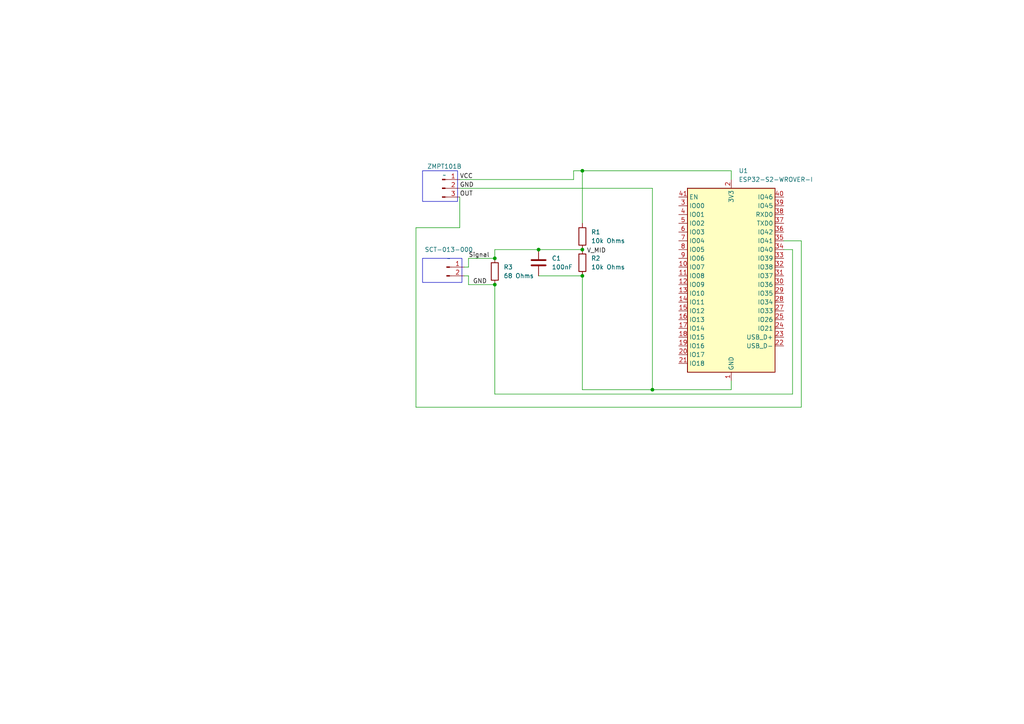
<source format=kicad_sch>
(kicad_sch (version 20250114) (generator "eeschema") (generator_version "9.0")
  (paper "A4")
  (title_block (date "2025-05-18"))
  (lib_symbols
    (symbol "Connector:Conn_01x02_Pin" (pin_names (offset 1.016) (hide yes))
      (property "Reference" "J" (at 0 2.54 0))
      (property "Value" "Conn_01x02_Pin" (at 0 -5.08 0))
      (symbol "Conn_01x02_Pin_1_1"
        (rectangle (start 0.8636 0.127) (end 0 -0.127) (stroke (width 0.1524)) (fill (type outline)))
        (rectangle (start 0.8636 -2.413) (end 0 -2.667) (stroke (width 0.1524)) (fill (type outline)))
        (polyline (pts (xy 1.27 0) (xy 0.8636 0)) (stroke (width 0.1524)))
        (polyline (pts (xy 1.27 -2.54) (xy 0.8636 -2.54)) (stroke (width 0.1524)))
        (pin passive line (at 5.08 0 180) (length 3.81) (name "Pin_1") (number "1"))
        (pin passive line (at 5.08 -2.54 180) (length 3.81) (name "Pin_2") (number "2"))
      )
    )
    (symbol "Connector:Conn_01x03_Pin" (pin_names (offset 1.016) (hide yes))
      (property "Reference" "J" (at 0 5.08 0))
      (property "Value" "Conn_01x03_Pin" (at 0 -5.08 0))
      (symbol "Conn_01x03_Pin_1_1"
        (rectangle (start 0.8636 2.667) (end 0 2.413) (stroke (width 0.1524)) (fill (type outline)))
        (rectangle (start 0.8636 0.127) (end 0 -0.127) (stroke (width 0.1524)) (fill (type outline)))
        (rectangle (start 0.8636 -2.413) (end 0 -2.667) (stroke (width 0.1524)) (fill (type outline)))
        (polyline (pts (xy 1.27 2.54) (xy 0.8636 2.54)) (stroke (width 0.1524)))
        (polyline (pts (xy 1.27 0) (xy 0.8636 0)) (stroke (width 0.1524)))
        (polyline (pts (xy 1.27 -2.54) (xy 0.8636 -2.54)) (stroke (width 0.1524)))
        (pin passive line (at 5.08 2.54 180) (length 3.81) (name "Pin_1") (number "1"))
        (pin passive line (at 5.08 0 180) (length 3.81) (name "Pin_2") (number "2"))
        (pin passive line (at 5.08 -2.54 180) (length 3.81) (name "Pin_3") (number "3"))
      )
    )
    (symbol "Device:C" (pin_numbers (hide yes)) (pin_names (offset 0.254))
      (property "Reference" "C" (at 0.635 2.54 0))
      (property "Value" "C" (at 0.635 -2.54 0))
      (symbol "C_0_1"
        (polyline (pts (xy -2.032 0.762) (xy 2.032 0.762)) (stroke (width 0.508)))
        (polyline (pts (xy -2.032 -0.762) (xy 2.032 -0.762)) (stroke (width 0.508)))
      )
      (symbol "C_1_1"
        (pin passive line (at 0 3.81 270) (length 2.794) (name "~") (number "1"))
        (pin passive line (at 0 -3.81 90) (length 2.794) (name "~") (number "2"))
      )
    )
    (symbol "Device:R" (pin_numbers (hide yes)) (pin_names (offset 0))
      (property "Reference" "R" (at 2.032 0 90))
      (property "Value" "R" (at 0 0 90))
      (symbol "R_0_1"
        (rectangle (start -1.016 -2.54) (end 1.016 2.54) (stroke (width 0.254)))
      )
      (symbol "R_1_1"
        (pin passive line (at 0 3.81 270) (length 1.27) (name "~") (number "1"))
        (pin passive line (at 0 -3.81 90) (length 1.27) (name "~") (number "2"))
      )
    )
    (symbol "RF_Module:ESP32-S2-WROVER-I"
      (property "Reference" "U" (at -12.7 29.21 0))
      (property "Value" "ESP32-S2-WROVER-I" (at 2.54 29.21 0))
      (symbol "ESP32-S2-WROVER-I_0_1"
        (rectangle (start -12.7 27.94) (end 12.7 -25.4) (stroke (width 0.254)) (fill (type background)))
      )
      (symbol "ESP32-S2-WROVER-I_1_1"
        (pin input line (at -15.24 25.4 0) (length 2.54) (name "EN") (number "41"))
        (pin bidirectional line (at -15.24 22.86 0) (length 2.54) (name "IO00") (number "3"))
        (pin bidirectional line (at -15.24 20.32 0) (length 2.54) (name "IO01") (number "4"))
        (pin bidirectional line (at -15.24 17.78 0) (length 2.54) (name "IO02") (number "5"))
        (pin bidirectional line (at -15.24 15.24 0) (length 2.54) (name "IO03") (number "6"))
        (pin bidirectional line (at -15.24 12.7 0) (length 2.54) (name "IO04") (number "7"))
        (pin bidirectional line (at -15.24 10.16 0) (length 2.54) (name "IO05") (number "8"))
        (pin bidirectional line (at -15.24 7.62 0) (length 2.54) (name "IO06") (number "9"))
        (pin bidirectional line (at -15.24 5.08 0) (length 2.54) (name "IO07") (number "10"))
        (pin bidirectional line (at -15.24 2.54 0) (length 2.54) (name "IO08") (number "11"))
        (pin bidirectional line (at -15.24 0 0) (length 2.54) (name "IO09") (number "12"))
        (pin bidirectional line (at -15.24 -2.54 0) (length 2.54) (name "IO10") (number "13"))
        (pin bidirectional line (at -15.24 -5.08 0) (length 2.54) (name "IO11") (number "14"))
        (pin bidirectional line (at -15.24 -7.62 0) (length 2.54) (name "IO12") (number "15"))
        (pin bidirectional line (at -15.24 -10.16 0) (length 2.54) (name "IO13") (number "16"))
        (pin bidirectional line (at -15.24 -12.7 0) (length 2.54) (name "IO14") (number "17"))
        (pin bidirectional line (at -15.24 -15.24 0) (length 2.54) (name "IO15") (number "18"))
        (pin bidirectional line (at -15.24 -17.78 0) (length 2.54) (name "IO16") (number "19"))
        (pin bidirectional line (at -15.24 -20.32 0) (length 2.54) (name "IO17") (number "20"))
        (pin bidirectional line (at -15.24 -22.86 0) (length 2.54) (name "IO18") (number "21"))
        (pin power_in line (at 0 30.48 270) (length 2.54) (name "3V3") (number "2"))
        (pin power_in line (at 0 -27.94 90) (length 2.54) (name "GND") (number "1"))
        (pin passive line (at 0 -27.94 90) (length 2.54) (hide yes) (name "GND") (number "26"))
        (pin passive line (at 0 -27.94 90) (length 2.54) (hide yes) (name "GND") (number "42"))
        (pin passive line (at 0 -27.94 90) (length 2.54) (hide yes) (name "GND") (number "43"))
        (pin input line (at 15.24 25.4 180) (length 2.54) (name "IO46") (number "40"))
        (pin bidirectional line (at 15.24 22.86 180) (length 2.54) (name "IO45") (number "39"))
        (pin bidirectional line (at 15.24 20.32 180) (length 2.54) (name "RXD0") (number "38"))
        (pin bidirectional line (at 15.24 17.78 180) (length 2.54) (name "TXD0") (number "37"))
        (pin bidirectional line (at 15.24 15.24 180) (length 2.54) (name "IO42") (number "36"))
        (pin bidirectional line (at 15.24 12.7 180) (length 2.54) (name "IO41") (number "35"))
        (pin bidirectional line (at 15.24 10.16 180) (length 2.54) (name "IO40") (number "34"))
        (pin bidirectional line (at 15.24 7.62 180) (length 2.54) (name "IO39") (number "33"))
        (pin bidirectional line (at 15.24 5.08 180) (length 2.54) (name "IO38") (number "32"))
        (pin bidirectional line (at 15.24 2.54 180) (length 2.54) (name "IO37") (number "31"))
        (pin bidirectional line (at 15.24 0 180) (length 2.54) (name "IO36") (number "30"))
        (pin bidirectional line (at 15.24 -2.54 180) (length 2.54) (name "IO35") (number "29"))
        (pin bidirectional line (at 15.24 -5.08 180) (length 2.54) (name "IO34") (number "28"))
        (pin bidirectional line (at 15.24 -7.62 180) (length 2.54) (name "IO33") (number "27"))
        (pin bidirectional line (at 15.24 -10.16 180) (length 2.54) (name "IO26") (number "25"))
        (pin bidirectional line (at 15.24 -12.7 180) (length 2.54) (name "IO21") (number "24"))
        (pin bidirectional line (at 15.24 -15.24 180) (length 2.54) (name "USB_D+") (number "23"))
        (pin bidirectional line (at 15.24 -17.78 180) (length 2.54) (name "USB_D-") (number "22"))
      )
    )
  )
  (rectangle (start 122.555 49.53) (end 132.715 58.42))
  (rectangle (start 122.555 74.93) (end 133.985 81.915))
  (junction (at 168.91 49.53))
  (junction (at 168.91 72.39))
  (junction (at 189.23 113.03))
  (junction (at 156.21 72.39))
  (junction (at 143.51 74.93))
  (junction (at 143.51 82.55))
  (junction (at 168.91 80.01))
  (wire (pts (xy 189.23 54.61) (xy 189.23 113.03)))
  (wire (pts (xy 166.37 52.07) (xy 166.37 49.53)))
  (wire (pts (xy 156.21 72.39) (xy 168.91 72.39)))
  (wire (pts (xy 168.91 64.77) (xy 168.91 49.53)))
  (wire (pts (xy 212.09 113.03) (xy 212.09 110.49)))
  (wire (pts (xy 135.89 74.93) (xy 143.51 74.93)))
  (wire (pts (xy 143.51 82.55) (xy 143.51 114.3)))
  (wire (pts (xy 134.62 77.47) (xy 135.89 77.47)))
  (wire (pts (xy 133.35 52.07) (xy 166.37 52.07)))
  (wire (pts (xy 135.89 82.55) (xy 143.51 82.55)))
  (wire (pts (xy 166.37 49.53) (xy 168.91 49.53)))
  (wire (pts (xy 133.35 54.61) (xy 189.23 54.61)))
  (wire (pts (xy 229.87 72.39) (xy 227.33 72.39)))
  (wire (pts (xy 135.89 77.47) (xy 135.89 74.93)))
  (wire (pts (xy 189.23 113.03) (xy 212.09 113.03)))
  (wire (pts (xy 133.35 57.15) (xy 133.35 66.04)))
  (wire (pts (xy 232.41 118.11) (xy 232.41 69.85)))
  (wire (pts (xy 232.41 69.85) (xy 227.33 69.85)))
  (wire (pts (xy 229.87 114.3) (xy 229.87 72.39)))
  (wire (pts (xy 143.51 74.93) (xy 143.51 72.39)))
  (wire (pts (xy 135.89 80.01) (xy 135.89 82.55)))
  (wire (pts (xy 143.51 72.39) (xy 156.21 72.39)))
  (wire (pts (xy 212.09 49.53) (xy 212.09 52.07)))
  (wire (pts (xy 156.21 80.01) (xy 168.91 80.01)))
  (wire (pts (xy 120.65 66.04) (xy 120.65 118.11)))
  (wire (pts (xy 168.91 113.03) (xy 189.23 113.03)))
  (wire (pts (xy 143.51 114.3) (xy 229.87 114.3)))
  (wire (pts (xy 168.91 49.53) (xy 212.09 49.53)))
  (wire (pts (xy 120.65 118.11) (xy 232.41 118.11)))
  (wire (pts (xy 133.35 66.04) (xy 120.65 66.04)))
  (wire (pts (xy 134.62 80.01) (xy 135.89 80.01)))
  (wire (pts (xy 168.91 80.01) (xy 168.91 113.03)))
  (label "Signal" (at 135.89 74.93 0))
  (label "V_MID" (at 170.18 73.66 0))
  (label "VCC" (at 133.35 52.07 0))
  (label "OUT" (at 133.35 57.15 0))
  (label "GND" (at 133.35 54.61 0))
  (label "GND" (at 137.16 82.55 0))
  (symbol (lib_id "Device:R") (at 168.91 68.58 0) (unit 1)
    (property "Reference" "R1" (at 171.45 67.3099 0) (effects (justify left)))
    (property "Value" "10k Ohms" (at 171.45 69.8499 0) (effects (justify left)))
    (property "Description" "Resistor" (effects (hide yes)))
  )
  (symbol (lib_id "Device:R") (at 143.51 78.74 0) (unit 1)
    (property "Reference" "R3" (at 146.05 77.4699 0) (effects (justify left)))
    (property "Value" "68 Ohms" (at 146.05 80.0099 0) (effects (justify left)))
    (property "Description" "Resistor" (effects (hide yes)))
  )
  (symbol (lib_id "RF_Module:ESP32-S2-WROVER-I") (at 212.09 82.55 0) (unit 1)
    (property "Reference" "U1" (at 214.2333 49.53 0) (effects (justify left)))
    (property "Value" "ESP32-S2-WROVER-I" (at 214.2333 52.07 0) (effects (justify left)))
    (property "Footprint" "RF_Module:ESP32-S2-WROVER" (effects (hide yes)))
    (property "Datasheet" "https://www.espressif.com/sites/default/files/documentation/esp32-s2-wroom_esp32-s2-wroom-i_datasheet_en.pdf" (effects (hide yes)))
    (property "Description" "RF Module, ESP32-D0WDQ6 SoC, Wi-Fi 802.11b/g/n, 32-bit, 2.7-3.6V, onboard antenna, SMD" (effects (hide yes)))
  )
  (symbol (lib_id "Device:R") (at 168.91 76.2 0) (unit 1)
    (property "Reference" "R2" (at 171.45 74.9299 0) (effects (justify left)))
    (property "Value" "10k Ohms" (at 171.45 77.4699 0) (effects (justify left)))
    (property "Description" "Resistor" (effects (hide yes)))
  )
  (symbol (lib_id "Connector:Conn_01x03_Pin") (at 128.27 54.61 0) (unit 1)
    (property "Reference" "ZMPT101B" (at 128.905 48.26 0))
    (property "Value" "~" (at 128.905 50.8 0))
    (property "Description" "Generic connector, single row, 01x03, script generated" (effects (hide yes)))
  )
  (symbol (lib_id "Connector:Conn_01x02_Pin") (at 129.54 77.47 0) (unit 1)
    (property "Reference" "SCT-013-000" (at 130.175 72.39 0))
    (property "Value" "~" (at 130.175 74.93 0))
    (property "Description" "Generic connector, single row, 01x02, script generated" (effects (hide yes)))
  )
  (symbol (lib_id "Device:C") (at 156.21 76.2 0) (unit 1)
    (property "Reference" "C1" (at 160.02 74.9299 0) (effects (justify left)))
    (property "Value" "100nF" (at 160.02 77.4699 0) (effects (justify left)))
    (property "Description" "Unpolarized capacitor" (effects (hide yes)))
  )
)
</source>
